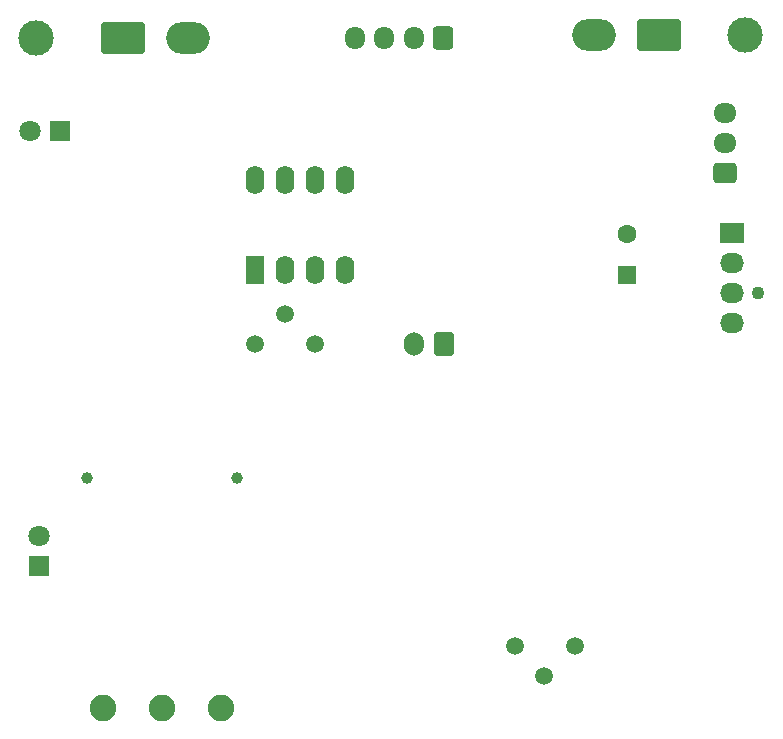
<source format=gbs>
G04 #@! TF.GenerationSoftware,KiCad,Pcbnew,(6.0.5)*
G04 #@! TF.CreationDate,2023-08-18T19:29:43-04:00*
G04 #@! TF.ProjectId,Ki_PCB,4b695f50-4342-42e6-9b69-6361645f7063,rev?*
G04 #@! TF.SameCoordinates,Original*
G04 #@! TF.FileFunction,Soldermask,Bot*
G04 #@! TF.FilePolarity,Negative*
%FSLAX46Y46*%
G04 Gerber Fmt 4.6, Leading zero omitted, Abs format (unit mm)*
G04 Created by KiCad (PCBNEW (6.0.5)) date 2023-08-18 19:29:43*
%MOMM*%
%LPD*%
G01*
G04 APERTURE LIST*
G04 Aperture macros list*
%AMRoundRect*
0 Rectangle with rounded corners*
0 $1 Rounding radius*
0 $2 $3 $4 $5 $6 $7 $8 $9 X,Y pos of 4 corners*
0 Add a 4 corners polygon primitive as box body*
4,1,4,$2,$3,$4,$5,$6,$7,$8,$9,$2,$3,0*
0 Add four circle primitives for the rounded corners*
1,1,$1+$1,$2,$3*
1,1,$1+$1,$4,$5*
1,1,$1+$1,$6,$7*
1,1,$1+$1,$8,$9*
0 Add four rect primitives between the rounded corners*
20,1,$1+$1,$2,$3,$4,$5,0*
20,1,$1+$1,$4,$5,$6,$7,0*
20,1,$1+$1,$6,$7,$8,$9,0*
20,1,$1+$1,$8,$9,$2,$3,0*%
G04 Aperture macros list end*
%ADD10RoundRect,0.250000X0.600000X0.750000X-0.600000X0.750000X-0.600000X-0.750000X0.600000X-0.750000X0*%
%ADD11O,1.700000X2.000000*%
%ADD12C,1.500000*%
%ADD13O,2.030000X1.730000*%
%ADD14R,2.030000X1.730000*%
%ADD15C,1.100000*%
%ADD16R,1.800000X1.800000*%
%ADD17C,1.800000*%
%ADD18C,1.000000*%
%ADD19C,2.250000*%
%ADD20R,1.600000X2.400000*%
%ADD21O,1.600000X2.400000*%
%ADD22RoundRect,0.250000X0.725000X-0.600000X0.725000X0.600000X-0.725000X0.600000X-0.725000X-0.600000X0*%
%ADD23O,1.950000X1.700000*%
%ADD24O,3.700000X2.700000*%
%ADD25RoundRect,0.250001X-1.599999X1.099999X-1.599999X-1.099999X1.599999X-1.099999X1.599999X1.099999X0*%
%ADD26C,3.000000*%
%ADD27R,1.600000X1.600000*%
%ADD28C,1.600000*%
%ADD29RoundRect,0.250001X1.599999X-1.099999X1.599999X1.099999X-1.599999X1.099999X-1.599999X-1.099999X0*%
%ADD30RoundRect,0.250000X0.600000X0.725000X-0.600000X0.725000X-0.600000X-0.725000X0.600000X-0.725000X0*%
%ADD31O,1.700000X1.950000*%
G04 APERTURE END LIST*
D10*
X109286851Y-109001987D03*
D11*
X106786851Y-109001987D03*
D12*
X115295851Y-134613336D03*
X117795851Y-137113336D03*
X120345851Y-134613336D03*
D13*
X133716851Y-107269987D03*
X133716851Y-104729987D03*
X133716851Y-102189987D03*
D14*
X133716851Y-99649987D03*
D15*
X135876851Y-104729987D03*
D16*
X74996851Y-127848987D03*
D17*
X74996851Y-125308987D03*
D18*
X79080851Y-120343487D03*
X91740851Y-120343487D03*
D19*
X80410851Y-139843487D03*
X85410851Y-139843487D03*
X90410851Y-139843487D03*
D20*
X93294851Y-102712987D03*
D21*
X95834851Y-102712987D03*
X98374851Y-102712987D03*
X100914851Y-102712987D03*
X100914851Y-95092987D03*
X98374851Y-95092987D03*
X95834851Y-95092987D03*
X93294851Y-95092987D03*
D16*
X76774851Y-91013987D03*
D17*
X74234851Y-91013987D03*
D22*
X133116851Y-94529987D03*
D23*
X133116851Y-91989987D03*
X133116851Y-89449987D03*
D12*
X98364851Y-109047987D03*
X95824851Y-106507987D03*
X93284851Y-109047987D03*
D24*
X121956851Y-82829987D03*
D25*
X127456851Y-82829987D03*
D26*
X134756851Y-82829987D03*
D27*
X124780851Y-103207638D03*
D28*
X124780851Y-99707638D03*
D24*
X87581851Y-83139987D03*
D29*
X82081851Y-83139987D03*
D26*
X74781851Y-83139987D03*
D30*
X109226851Y-83125987D03*
D31*
X106726851Y-83125987D03*
X104226851Y-83125987D03*
X101726851Y-83125987D03*
M02*

</source>
